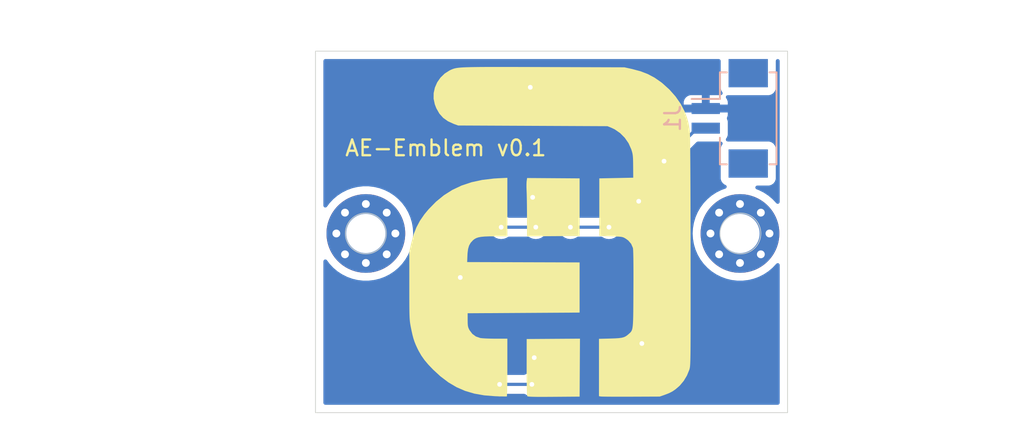
<source format=kicad_pcb>
(kicad_pcb (version 20240108) (generator "pcbnew") (generator_version "8.0")
  (layers (0 "F.Cu" signal) (31 "B.Cu" signal) (34 "B.Paste" user) (35 "F.Paste" user) (36 "B.SilkS" user "B.Silkscreen") (37 "F.SilkS" user "F.Silkscreen") (38 "B.Mask" user) (39 "F.Mask" user) (44 "Edge.Cuts" user))
  (net 0 "")
  (net 1 "Net-(D2-A)")
  (net 2 "Net-(D3-A)")
  (net 3 "Net-(D4-A)")
  (net 4 "Net-(D5-A)")
  (net 5 "Net-(D6-A)")
  (net 6 "GPIO21")
  (net 7 "GND")
  (net 8 "Net-(D1-A)")
  (footprint "LED_SMD:LED_0402_1005Metric" (layer "F.Cu") (at 151.74 80.55)
    (property "Reference" "D5" (hide yes))
    (property "Value" "GREEN_LED")
    (fp_circle (center -1.09 0) (end -1.04 0) (stroke (width 0.1)) (fill none) (layer "F.SilkS"))
    (pad "1" smd roundrect (at -0.485 0) (size 0.59 0.64) (layers "F.Cu" "F.Paste" "F.Mask") (net 7 "GND"))
    (pad "2" smd roundrect (at 0.485 0) (size 0.59 0.64) (layers "F.Cu" "F.Paste" "F.Mask") (net 4 "Net-(D5-A)"))
  )
  (footprint "Resistor_SMD:R_0402_1005Metric" (layer "F.Cu") (at 151.74 81.75)
    (property "Reference" "R5" (hide yes))
    (property "Value" "330R")
    (fp_line (start -0.153641 -0.38) (end 0.153641 -0.38) (stroke (width 0.12)) (layer "F.SilkS"))
    (fp_line (start -0.153641 0.38) (end 0.153641 0.38) (stroke (width 0.12)) (layer "F.SilkS"))
    (pad "1" smd roundrect (at -0.51 0) (size 0.54 0.64) (layers "F.Cu" "F.Paste" "F.Mask") (net 6 "GPIO21"))
    (pad "2" smd roundrect (at 0.51 0) (size 0.54 0.64) (layers "F.Cu" "F.Paste" "F.Mask") (net 4 "Net-(D5-A)"))
  )
  (footprint "LED_SMD:LED_0402_1005Metric" (layer "F.Cu") (at 145 73.3)
    (property "Reference" "D4" (hide yes))
    (property "Value" "GREEN_LED")
    (fp_circle (center -1.09 0) (end -1.04 0) (stroke (width 0.1)) (fill none) (layer "F.SilkS"))
    (pad "1" smd roundrect (at -0.485 0) (size 0.59 0.64) (layers "F.Cu" "F.Paste" "F.Mask") (net 7 "GND"))
    (pad "2" smd roundrect (at 0.485 0) (size 0.59 0.64) (layers "F.Cu" "F.Paste" "F.Mask") (net 3 "Net-(D4-A)"))
  )
  (footprint "LED_SMD:LED_0402_1005Metric" (layer "F.Cu") (at 145.1 90.5)
    (property "Reference" "D1" (hide yes))
    (property "Value" "GREEN_LED")
    (fp_circle (center -1.09 0) (end -1.04 0) (stroke (width 0.1)) (fill none) (layer "F.SilkS"))
    (pad "1" smd roundrect (at -0.485 0) (size 0.59 0.64) (layers "F.Cu" "F.Paste" "F.Mask") (net 7 "GND"))
    (pad "2" smd roundrect (at 0.485 0) (size 0.59 0.64) (layers "F.Cu" "F.Paste" "F.Mask") (net 8 "Net-(D1-A)"))
  )
  (footprint "LED_SMD:LED_0402_1005Metric" (layer "F.Cu") (at 145 80.3)
    (property "Reference" "D3" (hide yes))
    (property "Value" "GREEN_LED")
    (fp_circle (center -1.09 0) (end -1.04 0) (stroke (width 0.1)) (fill none) (layer "F.SilkS"))
    (pad "1" smd roundrect (at -0.485 0) (size 0.59 0.64) (layers "F.Cu" "F.Paste" "F.Mask") (net 7 "GND"))
    (pad "2" smd roundrect (at 0.485 0) (size 0.59 0.64) (layers "F.Cu" "F.Paste" "F.Mask") (net 2 "Net-(D3-A)"))
  )
  (footprint "Acea:ae_20mm" (layer "F.Cu") (at 144.822605 82.737829)
    (property "Reference" "G***" (hide yes))
    (property "Value" "LOGO" (hide yes))
    (fp_poly (pts (xy 0.293805 -3.655258) (xy 1.96214 -3.643973) (xy 1.96214 0.021562) (xy 0.291087 0.032849) (xy -1.379966 0.044137) (xy -1.38201 -1.196183) (xy -1.383416 -1.540671) (xy -1.386338 -1.88002) (xy -1.390522 -2.197975) (xy -1.395714 -2.478285) (xy -1.401659 -2.704695) (xy -1.408039 -2.859825) (xy -1.415677 -3.067643) (xy -1.415861 -3.266266) (xy -1.408834 -3.424457) (xy -1.403277 -3.474845) (xy -1.37453 -3.666542)) (fill solid) (layer "F.SilkS"))
    (fp_poly (pts (xy 1.973384 8.397886) (xy 1.96214 10.241936) (xy 0.319249 10.254307) (xy -0.118815 10.257039) (xy -0.477704 10.257885) (xy -0.764472 10.256664) (xy -0.986175 10.253196) (xy -1.149866 10.2473) (xy -1.262602 10.238796) (xy -1.331438 10.227503) (xy -1.363429 10.21324) (xy -1.36523 10.211183) (xy -1.375509 10.154482) (xy -1.384422 10.01748) (xy -1.391845 9.806115) (xy -1.397652 9.526323) (xy -1.401718 9.184043) (xy -1.403917 8.785212) (xy -1.404173 8.366044) (xy -1.401528 6.576401) (xy 1.984628 6.553837)) (fill solid) (layer "F.SilkS"))
    (fp_poly (pts (xy -2.63056 0.043124) (xy -3.442088 0.043124) (xy -3.799744 0.046303) (xy -4.083718 0.057353) (xy -4.306392 0.078538) (xy -4.480151 0.112127) (xy -4.617376 0.160387) (xy -4.730451 0.225582) (xy -4.815136 0.294458) (xy -4.960271 0.452559) (xy -5.061307 0.629241) (xy -5.125425 0.843815) (xy -5.159807 1.115592) (xy -5.166638 1.239563) (xy -5.184636 1.681333) (xy -1.611248 1.692365) (xy 1.96214 1.703396) (xy 1.96214 4.894567) (xy -5.15331 4.937691) (xy -5.152625 5.368931) (xy -5.150028 5.574813) (xy -5.139869 5.719843) (xy -5.117432 5.829367) (xy -5.077998 5.928732) (xy -5.032241 6.01579) (xy -4.856296 6.25001) (xy -4.6287 6.417003) (xy -4.35668 6.511487) (xy -4.352807 6.512229) (xy -4.233761 6.526529) (xy -4.048449 6.538787) (xy -3.816846 6.548128) (xy -3.558927 6.553677) (xy -3.379343 6.554839) (xy -2.63056 6.554839) (xy -2.63056 8.385061) (xy -2.631297 8.773595) (xy -2.633404 9.134635) (xy -2.636724 9.459231) (xy -2.641099 9.738429) (xy -2.646373 9.963277) (xy -2.652388 10.124822) (xy -2.658989 10.214113) (xy -2.662903 10.229228) (xy -2.714836 10.232334) (xy -2.837872 10.232032) (xy -3.016944 10.228584) (xy -3.236986 10.222253) (xy -3.406791 10.216267) (xy -4.097179 10.162082) (xy -4.729379 10.051198) (xy -5.313865 9.879111) (xy -5.861111 9.641316) (xy -6.381591 9.333307) (xy -6.885778 8.950581) (xy -7.354527 8.518356) (xy -7.654915 8.203939) (xy -7.897619 7.914691) (xy -8.097943 7.629829) (xy -8.271187 7.328568) (xy -8.355632 7.158574) (xy -8.456447 6.937028) (xy -8.537021 6.734206) (xy -8.604414 6.527108) (xy -8.665682 6.292738) (xy -8.727884 6.008096) (xy -8.763605 5.829181) (xy -8.785913 5.711915) (xy -8.80457 5.602356) (xy -8.819902 5.491705) (xy -8.832235 5.371167) (xy -8.841894 5.231944) (xy -8.849204 5.06524) (xy -8.854491 4.862257) (xy -8.858079 4.614198) (xy -8.860296 4.312267) (xy -8.861464 3.947666) (xy -8.861911 3.511599) (xy -8.861969 3.16961) (xy -8.861969 1.013413) (xy -8.739142 0.478513) (xy -8.595238 -0.048699) (xy -8.415215 -0.515804) (xy -8.187534 -0.945367) (xy -7.900658 -1.359952) (xy -7.635958 -1.678886) (xy -7.16357 -2.161229) (xy -6.66048 -2.571833) (xy -6.121258 -2.913113) (xy -5.540473 -3.187488) (xy -4.912695 -3.397373) (xy -4.232493 -3.545186) (xy -3.494438 -3.633344) (xy -3.204118 -3.651398) (xy -2.63056 -3.678906)) (fill solid) (layer "F.SilkS"))
    (fp_poly (pts (xy -2.515267 -10.732856) (xy -1.880117 -10.731414) (xy -1.1686 -10.729351) (xy -0.375931 -10.7268) (xy -0.321744 -10.726621) (xy 4.80832 -10.709695) (xy 5.304245 -10.59991) (xy 5.828641 -10.459831) (xy 6.293863 -10.281166) (xy 6.722285 -10.053407) (xy 7.136282 -9.766047) (xy 7.219213 -9.700584) (xy 7.668838 -9.295286) (xy 8.060915 -8.852097) (xy 8.387617 -8.381812) (xy 8.641115 -7.895228) (xy 8.765215 -7.568251) (xy 8.821474 -7.388797) (xy 8.862942 -7.239181) (xy 8.895072 -7.093193) (xy 8.923316 -6.924623) (xy 8.953127 -6.707259) (xy 8.967067 -6.597963) (xy 8.972022 -6.515628) (xy 8.976823 -6.350748) (xy 8.981447 -6.107026) (xy 8.985873 -5.788165) (xy 8.990076 -5.397869) (xy 8.994034 -4.939839) (xy 8.997723 -4.417779) (xy 9.00112 -3.835392) (xy 9.004203 -3.19638) (xy 9.006948 -2.504448) (xy 9.009333 -1.763297) (xy 9.011333 -0.97663) (xy 9.012926 -0.148151) (xy 9.01409 0.718437) (xy 9.014357 0.991851) (xy 9.015176 1.919057) (xy 9.01587 2.764) (xy 9.016394 3.530665) (xy 9.016705 4.223037) (xy 9.01676 4.845102) (xy 9.016515 5.400843) (xy 9.015926 5.894247) (xy 9.01495 6.329298) (xy 9.013543 6.709981) (xy 9.011661 7.040281) (xy 9.009262 7.324183) (xy 9.0063 7.565672) (xy 9.002734 7.768733) (xy 8.998518 7.937351) (xy 8.99361 8.075512) (xy 8.987966 8.187199) (xy 8.981542 8.276399) (xy 8.974294 8.347095) (xy 8.96618 8.403274) (xy 8.957155 8.44892) (xy 8.947176 8.488017) (xy 8.936199 8.524552) (xy 8.931774 8.53854) (xy 8.782744 8.901236) (xy 8.579157 9.240813) (xy 8.338251 9.529563) (xy 8.281255 9.584157) (xy 8.061666 9.772403) (xy 7.859967 9.911886) (xy 7.642376 10.022897) (xy 7.385774 10.122008) (xy 7.050764 10.23919) (xy 5.239559 10.246669) (xy 4.848239 10.247813) (xy 4.480341 10.247983) (xy 4.145566 10.247243) (xy 3.853618 10.245653) (xy 3.614198 10.243275) (xy 3.43701 10.24017) (xy 3.331756 10.236402) (xy 3.309763 10.234396) (xy 3.191172 10.214645) (xy 3.191172 6.564791) (xy 3.913498 6.545978) (xy 4.218724 6.535754) (xy 4.453071 6.520619) (xy 4.631898 6.496857) (xy 4.770565 6.460756) (xy 4.884431 6.408599) (xy 4.988857 6.336672) (xy 5.072161 6.265781) (xy 5.133278 6.211652) (xy 5.185373 6.162786) (xy 5.229199 6.112186) (xy 5.265509 6.052856) (xy 5.295055 5.977799) (xy 5.318591 5.880017) (xy 5.33687 5.752514) (xy 5.350644 5.588294) (xy 5.360666 5.380359) (xy 5.367689 5.121713) (xy 5.372467 4.805358) (xy 5.375751 4.424298) (xy 5.378295 3.971536) (xy 5.380852 3.440075) (xy 5.381074 3.394898) (xy 5.383185 2.800688) (xy 5.383293 2.278082) (xy 5.381426 1.829317) (xy 5.377611 1.456627) (xy 5.371876 1.162246) (xy 5.364248 0.94841) (xy 5.354756 0.817353) (xy 5.348823 0.781632) (xy 5.236661 0.522572) (xy 5.051066 0.307859) (xy 4.897148 0.1954) (xy 4.817711 0.147774) (xy 4.746508 0.112969) (xy 4.667965 0.088485) (xy 4.566506 0.071817) (xy 4.426556 0.060465) (xy 4.232539 0.051927) (xy 3.968881 0.0437) (xy 3.949235 0.043124) (xy 3.212734 0.021562) (xy 3.212734 -3.643973) (xy 4.290832 -3.665535) (xy 5.368931 -3.687097) (xy 5.363724 -4.420204) (xy 5.360772 -4.696375) (xy 5.354995 -4.90507) (xy 5.344272 -5.065056) (xy 5.326484 -5.195101) (xy 5.299512 -5.313974) (xy 5.261235 -5.440442) (xy 5.241966 -5.498302) (xy 5.070031 -5.880962) (xy 4.830089 -6.227322) (xy 4.534041 -6.524576) (xy 4.193787 -6.759917) (xy 3.969706 -6.867561) (xy 3.730221 -6.964516) (xy -1.013412 -6.986078) (xy -5.757046 -7.00764) (xy -6.029964 -7.106271) (xy -6.402927 -7.27543) (xy -6.707577 -7.492056) (xy -6.951562 -7.764024) (xy -7.142528 -8.099207) (xy -7.241579 -8.353903) (xy -7.317156 -8.710466) (xy -7.313328 -9.070511) (xy -7.235604 -9.4224) (xy -7.08949 -9.754497) (xy -6.880494 -10.055165) (xy -6.614126 -10.312769) (xy -6.295891 -10.515671) (xy -6.196524 -10.561833) (xy -6.13245 -10.588595) (xy -6.068574 -10.612587) (xy -6.00011 -10.633944) (xy -5.922273 -10.6528) (xy -5.830277 -10.669289) (xy -5.719337 -10.683546) (xy -5.584668 -10.695705) (xy -5.421485 -10.705899) (xy -5.225002 -10.714264) (xy -4.990434 -10.720933) (xy -4.712996 -10.72604) (xy -4.387902 -10.729721) (xy -4.010368 -10.732109) (xy -3.575607 -10.733337) (xy -3.078836 -10.733542)) (fill solid) (layer "F.SilkS"))
  )
  (footprint "Resistor_SMD:R_0402_1005Metric" (layer "F.Cu") (at 145.025 81.5)
    (property "Reference" "R2" (hide yes))
    (property "Value" "330R")
    (fp_line (start -0.153641 -0.38) (end 0.153641 -0.38) (stroke (width 0.12)) (layer "F.SilkS"))
    (fp_line (start -0.153641 0.38) (end 0.153641 0.38) (stroke (width 0.12)) (layer "F.SilkS"))
    (pad "1" smd roundrect (at -0.51 0) (size 0.54 0.64) (layers "F.Cu" "F.Paste" "F.Mask") (net 6 "GPIO21"))
    (pad "2" smd roundrect (at 0.51 0) (size 0.54 0.64) (layers "F.Cu" "F.Paste" "F.Mask") (net 2 "Net-(D3-A)"))
  )
  (footprint "MountingHole:MountingHole_2.5mm_Pad_Via" (layer "F.Cu") (at 133.2 82.6)
    (property "Reference" "REF**" (hide yes))
    (property "Value" "MountingHole_2.5mm_Pad_Via")
    (pad "1" thru_hole circle (at -1.875 0) (size 0.8 0.8) (drill 0.5) (layers "*.Cu" "*.Mask"))
    (pad "1" thru_hole circle (at -1.325825 -1.325825) (size 0.8 0.8) (drill 0.5) (layers "*.Cu" "*.Mask"))
    (pad "1" thru_hole circle (at -1.325825 1.325825) (size 0.8 0.8) (drill 0.5) (layers "*.Cu" "*.Mask"))
    (pad "1" thru_hole circle (at 0 -1.875) (size 0.8 0.8) (drill 0.5) (layers "*.Cu" "*.Mask"))
    (pad "1" thru_hole circle (at 0 0) (size 5 5) (drill 2.5) (layers "*.Cu" "*.Mask"))
    (pad "1" thru_hole circle (at 0 1.875) (size 0.8 0.8) (drill 0.5) (layers "*.Cu" "*.Mask"))
    (pad "1" thru_hole circle (at 1.325825 -1.325825) (size 0.8 0.8) (drill 0.5) (layers "*.Cu" "*.Mask"))
    (pad "1" thru_hole circle (at 1.325825 1.325825) (size 0.8 0.8) (drill 0.5) (layers "*.Cu" "*.Mask"))
    (pad "1" thru_hole circle (at 1.875 0) (size 0.8 0.8) (drill 0.5) (layers "*.Cu" "*.Mask"))
  )
  (footprint "LED_SMD:LED_0402_1005Metric" (layer "F.Cu") (at 140.4 85.4)
    (property "Reference" "D2" (hide yes))
    (property "Value" "GREEN_LED")
    (fp_circle (center -1.089999 0) (end -1.04 0) (stroke (width 0.1)) (fill none) (layer "F.SilkS"))
    (pad "1" smd roundrect (at -0.485 0) (size 0.59 0.64) (layers "F.Cu" "F.Paste" "F.Mask") (net 7 "GND"))
    (pad "2" smd roundrect (at 0.485 0) (size 0.59 0.64) (layers "F.Cu" "F.Paste" "F.Mask") (net 1 "Net-(D2-A)"))
  )
  (footprint "Resistor_SMD:R_0402_1005Metric" (layer "F.Cu") (at 140.4 86.7)
    (property "Reference" "R4" (hide yes))
    (property "Value" "330R")
    (fp_line (start -0.153641 -0.38) (end 0.153641 -0.38) (stroke (width 0.12)) (layer "F.SilkS"))
    (fp_line (start -0.153641 0.38) (end 0.153641 0.38) (stroke (width 0.12)) (layer "F.SilkS"))
    (pad "1" smd roundrect (at -0.51 0) (size 0.54 0.64) (layers "F.Cu" "F.Paste" "F.Mask") (net 6 "GPIO21"))
    (pad "2" smd roundrect (at 0.51 0) (size 0.54 0.64) (layers "F.Cu" "F.Paste" "F.Mask") (net 1 "Net-(D2-A)"))
  )
  (footprint "Resistor_SMD:R_0402_1005Metric" (layer "F.Cu") (at 151.94 90.9)
    (property "Reference" "R6" (hide yes))
    (property "Value" "330R")
    (fp_line (start -0.153641 -0.38) (end 0.153641 -0.38) (stroke (width 0.12)) (layer "F.SilkS"))
    (fp_line (start -0.153641 0.38) (end 0.153641 0.38) (stroke (width 0.12)) (layer "F.SilkS"))
    (pad "1" smd roundrect (at -0.51 0) (size 0.54 0.64) (layers "F.Cu" "F.Paste" "F.Mask") (net 6 "GPIO21"))
    (pad "2" smd roundrect (at 0.51 0) (size 0.54 0.64) (layers "F.Cu" "F.Paste" "F.Mask") (net 5 "Net-(D6-A)"))
  )
  (footprint "MountingHole:MountingHole_2.5mm_Pad_Via" (layer "F.Cu") (at 156.975825 82.6)
    (property "Reference" "REF**" (hide yes))
    (property "Value" "MountingHole_2.5mm_Pad_Via")
    (pad "1" thru_hole circle (at -1.875 0) (size 0.8 0.8) (drill 0.5) (layers "*.Cu" "*.Mask"))
    (pad "1" thru_hole circle (at -1.325825 -1.325825) (size 0.8 0.8) (drill 0.5) (layers "*.Cu" "*.Mask"))
    (pad "1" thru_hole circle (at -1.325825 1.325825) (size 0.8 0.8) (drill 0.5) (layers "*.Cu" "*.Mask"))
    (pad "1" thru_hole circle (at 0 -1.875) (size 0.8 0.8) (drill 0.5) (layers "*.Cu" "*.Mask"))
    (pad "1" thru_hole circle (at 0 0) (size 5 5) (drill 2.5) (layers "*.Cu" "*.Mask"))
    (pad "1" thru_hole circle (at 0 1.875) (size 0.8 0.8) (drill 0.5) (layers "*.Cu" "*.Mask"))
    (pad "1" thru_hole circle (at 1.325825 -1.325825) (size 0.8 0.8) (drill 0.5) (layers "*.Cu" "*.Mask"))
    (pad "1" thru_hole circle (at 1.325825 1.325825) (size 0.8 0.8) (drill 0.5) (layers "*.Cu" "*.Mask"))
    (pad "1" thru_hole circle (at 1.875 0) (size 0.8 0.8) (drill 0.5) (layers "*.Cu" "*.Mask"))
  )
  (footprint "Resistor_SMD:R_0402_1005Metric" (layer "F.Cu") (at 145.1 91.8)
    (property "Reference" "R1" (hide yes))
    (property "Value" "330R")
    (fp_line (start -0.153641 -0.38) (end 0.153641 -0.38) (stroke (width 0.12)) (layer "F.SilkS"))
    (fp_line (start -0.153641 0.38) (end 0.153641 0.38) (stroke (width 0.12)) (layer "F.SilkS"))
    (pad "1" smd roundrect (at -0.51 0) (size 0.54 0.64) (layers "F.Cu" "F.Paste" "F.Mask") (net 6 "GPIO21"))
    (pad "2" smd roundrect (at 0.51 0) (size 0.54 0.64) (layers "F.Cu" "F.Paste" "F.Mask") (net 8 "Net-(D1-A)"))
  )
  (footprint "Resistor_SMD:R_0402_1005Metric" (layer "F.Cu") (at 145 74.5)
    (property "Reference" "R3" (hide yes))
    (property "Value" "330R")
    (fp_line (start -0.153641 -0.38) (end 0.153641 -0.38) (stroke (width 0.12)) (layer "F.SilkS"))
    (fp_line (start -0.153641 0.38) (end 0.153641 0.38) (stroke (width 0.12)) (layer "F.SilkS"))
    (pad "1" smd roundrect (at -0.51 0) (size 0.54 0.64) (layers "F.Cu" "F.Paste" "F.Mask") (net 6 "GPIO21"))
    (pad "2" smd roundrect (at 0.51 0) (size 0.54 0.64) (layers "F.Cu" "F.Paste" "F.Mask") (net 3 "Net-(D4-A)"))
  )
  (footprint "LED_SMD:LED_0402_1005Metric" (layer "F.Cu") (at 151.94 89.6)
    (property "Reference" "D6" (hide yes))
    (property "Value" "GREEN_LED")
    (fp_circle (center -1.09 0) (end -1.04 0) (stroke (width 0.1)) (fill none) (layer "F.SilkS"))
    (pad "1" smd roundrect (at -0.485 0) (size 0.59 0.64) (layers "F.Cu" "F.Paste" "F.Mask") (net 7 "GND"))
    (pad "2" smd roundrect (at 0.485 0) (size 0.59 0.64) (layers "F.Cu" "F.Paste" "F.Mask") (net 5 "Net-(D6-A)"))
  )
  (footprint "Connector_Hirose:Hirose_DF13C_CL535-0402-2-51_1x02-1MP_P1.25mm_Vertical" (layer "B.Cu") (at 156.250001 75.275 -90)
    (property "Reference" "J1" (at 0 3.55 90) (layer "B.SilkS") (effects (justify mirror)))
    (property "Value" "Conn_01x02_Socket")
    (fp_line (start -1.235 2.35) (end -1.235 0.55) (stroke (width 0.12)) (layer "B.SilkS"))
    (fp_line (start -2.925 0.55) (end -1.235 0.55) (stroke (width 0.12)) (layer "B.SilkS"))
    (fp_line (start 2.925 0.55) (end 1.235 0.55) (stroke (width 0.12)) (layer "B.SilkS"))
    (fp_line (start -2.925 0.11) (end -2.925 0.55) (stroke (width 0.12)) (layer "B.SilkS"))
    (fp_line (start 2.925 0.11) (end 2.925 0.55) (stroke (width 0.12)) (layer "B.SilkS"))
    (fp_line (start 2.925 -2.61) (end 2.925 -3.05) (stroke (width 0.12)) (layer "B.SilkS"))
    (fp_line (start -2.925 -3.05) (end -2.925 -2.61) (stroke (width 0.12)) (layer "B.SilkS"))
    (fp_line (start 2.925 -3.05) (end -2.925 -3.05) (stroke (width 0.12)) (layer "B.SilkS"))
    (pad "1" smd rect (at -0.625 1.45 270) (size 0.7 1.8) (layers "B.Cu" "B.Paste" "B.Mask") (net 7 "GND"))
    (pad "2" smd rect (at 0.625 1.45 270) (size 0.7 1.8) (layers "B.Cu" "B.Paste" "B.Mask") (net 6 "GPIO21"))
    (pad "MP" smd rect (at -2.875 -1.249999 270) (size 1.8 2.5) (layers "B.Cu" "B.Paste" "B.Mask"))
    (pad "MP" smd rect (at 2.875 -1.249999 270) (size 1.8 2.5) (layers "B.Cu" "B.Paste" "B.Mask"))
  )
  (gr_circle (center 133.2 82.6) (end 134.5 82.6) (stroke (width 0.05)) (fill none) (layer "Edge.Cuts"))
  (gr_rect (start 130 71) (end 160 94) (stroke (width 0.05)) (fill none) (layer "Edge.Cuts"))
  (gr_circle (center 157 82.6) (end 158.3 82.6) (stroke (width 0.05)) (fill none) (layer "Edge.Cuts"))
  (gr_text "AE-Emblem v0.1" (at 131.8 77.75 0) (layer "F.SilkS") (effects (font (size 1 1)) (justify left bottom)))
  (segment (start 140.885 86.675) (end 140.91 86.7) (width 0.2) (layer "F.Cu") (net 1))
  (segment (start 140.885 85.4) (end 140.885 86.675) (width 0.2) (layer "F.Cu") (net 1))
  (segment (start 145.485 80.3) (end 145.485 81.45) (width 0.2) (layer "F.Cu") (net 2))
  (segment (start 145.485 81.45) (end 145.535 81.5) (width 0.2) (layer "F.Cu") (net 2))
  (segment (start 145.485 73.3) (end 145.485 74.475) (width 0.2) (layer "F.Cu") (net 3))
  (segment (start 145.485 74.475) (end 145.51 74.5) (width 0.2) (layer "F.Cu") (net 3))
  (segment (start 152.225 80.55) (end 152.225 81.725) (width 0.2) (layer "F.Cu") (net 4))
  (segment (start 152.225 81.725) (end 152.25 81.75) (width 0.2) (layer "F.Cu") (net 4))
  (segment (start 152.425 90.875) (end 152.45 90.9) (width 0.2) (layer "F.Cu") (net 5))
  (segment (start 152.425 89.6) (end 152.425 90.875) (width 0.2) (layer "F.Cu") (net 5))
  (segment (start 144.2 82.4) (end 146.2 82.4) (width 0.2) (layer "F.Cu") (net 6))
  (segment (start 144.515 82.4) (end 146.2 82.4) (width 0.2) (layer "F.Cu") (net 6))
  (segment (start 139.55 82.2) (end 138.65 83.1) (width 0.2) (layer "F.Cu") (net 6))
  (segment (start 139.25 86.7) (end 139.89 86.7) (width 0.2) (layer "F.Cu") (net 6))
  (segment (start 148.85 82.4) (end 152.6 82.4) (width 0.2) (layer "F.Cu") (net 6))
  (segment (start 144.59 92.54) (end 144.59 91.8) (width 0.2) (layer "F.Cu") (net 6))
  (segment (start 141.8 82.2) (end 139.55 82.2) (width 0.2) (layer "F.Cu") (net 6))
  (segment (start 146.2 82.4) (end 146.2 82.2) (width 0.2) (layer "F.Cu") (net 6))
  (segment (start 152.6 82.4) (end 152.82 82.18) (width 0.2) (layer "F.Cu") (net 6))
  (segment (start 144.5 92.55) (end 144.6 92.55) (width 0.2) (layer "F.Cu") (net 6))
  (segment (start 152.82 82.18) (end 152.82 78.67) (width 0.2) (layer "F.Cu") (net 6))
  (segment (start 151.23 81.75) (end 151.23 82.390706) (width 0.2) (layer "F.Cu") (net 6))
  (segment (start 148.65 82.2) (end 148.85 82.4) (width 0.2) (layer "F.Cu") (net 6))
  (segment (start 144.49 74.74) (end 144.49 74.5) (width 0.2) (layer "F.Cu") (net 6))
  (segment (start 144.95 75.2) (end 144.49 74.74) (width 0.2) (layer "F.Cu") (net 6))
  (segment (start 138.65 83.1) (end 138.65 86.7) (width 0.2) (layer "F.Cu") (net 6))
  (segment (start 144 82.2) (end 144.2 82.4) (width 0.2) (layer "F.Cu") (net 6))
  (segment (start 149.35 75.2) (end 144.95 75.2) (width 0.2) (layer "F.Cu") (net 6))
  (segment (start 144.6 92.55) (end 144.59 92.54) (width 0.2) (layer "F.Cu") (net 6))
  (segment (start 138.65 86.7) (end 139.25 86.7) (width 0.2) (layer "F.Cu") (net 6))
  (segment (start 141.7 92.2) (end 140.7 92.2) (width 0.2) (layer "F.Cu") (net 6))
  (segment (start 152.15 78) (end 149.35 75.2) (width 0.2) (layer "F.Cu") (net 6))
  (segment (start 144.5 92.55) (end 149.78 92.55) (width 0.2) (layer "F.Cu") (net 6))
  (segment (start 144.515 81.5) (end 144.515 82.4) (width 0.2) (layer "F.Cu") (net 6))
  (segment (start 152.82 78.67) (end 152.15 78) (width 0.2) (layer "F.Cu") (net 6))
  (segment (start 151.23 82.390706) (end 151.23368 82.394386) (width 0.2) (layer "F.Cu") (net 6))
  (segment (start 144.1 92.55) (end 144.5 92.55) (width 0.2) (layer "F.Cu") (net 6))
  (segment (start 140.7 92.2) (end 138.65 90.15) (width 0.2) (layer "F.Cu") (net 6))
  (segment (start 138.65 90.15) (end 138.65 86.7) (width 0.2) (layer "F.Cu") (net 6))
  (segment (start 149.78 92.55) (end 151.43 90.9) (width 0.2) (layer "F.Cu") (net 6))
  (segment (start 143.75 92.2) (end 144.1 92.55) (width 0.2) (layer "F.Cu") (net 6))
  (via (at 152.15 78) (size 0.6) (drill 0.3) (layers "F.Cu" "B.Cu") (net 6))
  (via (at 148.65 82.2) (size 0.5) (drill 0.3) (layers "F.Cu" "B.Cu") (net 6))
  (via (at 143.75 92.2) (size 0.5) (drill 0.3) (layers "F.Cu" "B.Cu") (net 6))
  (via (at 144 82.2) (size 0.5) (drill 0.3) (layers "F.Cu" "B.Cu") (net 6))
  (via (at 146.2 82.2) (size 0.5) (drill 0.3) (layers "F.Cu" "B.Cu") (net 6))
  (via (at 141.8 82.2) (size 0.5) (drill 0.3) (layers "F.Cu" "B.Cu") (net 6))
  (via (at 141.7 92.2) (size 0.5) (drill 0.3) (layers "F.Cu" "B.Cu") (net 6))
  (segment (start 154.25 75.9) (end 152.15 78) (width 0.2) (layer "B.Cu") (net 6))
  (segment (start 148.65 82.2) (end 146.2 82.2) (width 0.2) (layer "B.Cu") (net 6))
  (segment (start 154.800001 75.9) (end 154.25 75.9) (width 0.2) (layer "B.Cu") (net 6))
  (segment (start 141.8 82.2) (end 144 82.2) (width 0.2) (layer "B.Cu") (net 6))
  (segment (start 143.75 92.2) (end 141.7 92.2) (width 0.2) (layer "B.Cu") (net 6))
  (segment (start 139.915 85.4) (end 139.2 85.4) (width 0.2) (layer "F.Cu") (net 7))
  (segment (start 144.515 80.3) (end 143.8 80.3) (width 0.2) (layer "F.Cu") (net 7))
  (segment (start 151.255 80.55) (end 150.54 80.55) (width 0.2) (layer "F.Cu") (net 7))
  (segment (start 144.515 73.3) (end 143.65 73.3) (width 0.2) (layer "F.Cu") (net 7))
  (segment (start 144.615 90.5) (end 143.9 90.5) (width 0.2) (layer "F.Cu") (net 7))
  (segment (start 150.74 89.6) (end 151.455 89.6) (width 0.2) (layer "F.Cu") (net 7))
  (via (at 139.2 85.4) (size 0.5) (drill 0.3) (layers "F.Cu" "B.Cu") (net 7))
  (via (at 150.54 80.55) (size 0.5) (drill 0.3) (layers "F.Cu" "B.Cu") (net 7))
  (via (at 143.8 80.3) (size 0.5) (drill 0.3) (layers "F.Cu" "B.Cu") (net 7))
  (via (at 143.65 73.3) (size 0.5) (drill 0.3) (layers "F.Cu" "B.Cu") (net 7))
  (via (at 143.9 90.5) (size 0.5) (drill 0.3) (layers "F.Cu" "B.Cu") (net 7))
  (via (at 150.74 89.6) (size 0.5) (drill 0.3) (layers "F.Cu" "B.Cu") (net 7))
  (segment (start 145.585 91.775) (end 145.61 91.8) (width 0.2) (layer "F.Cu") (net 8))
  (segment (start 145.585 90.5) (end 145.585 91.775) (width 0.2) (layer "F.Cu") (net 8))
  (zone (net 7) (net_name "GND") (layer "B.Cu") (connect_pads (clearance 0.5)) (min_thickness 0.25) (fill yes (thermal_gap 0.5) (thermal_bridge_width 0.5))
    (polygon (pts (xy 129.5 70.4) (xy 160.7 70.4) (xy 160.7 94.5) (xy 129.4 94.5)))
  )
)
</source>
